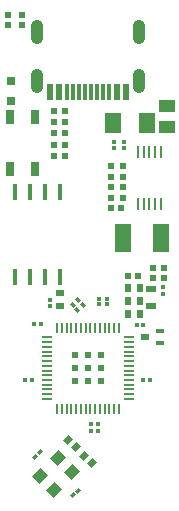
<source format=gtp>
G04*
G04 #@! TF.GenerationSoftware,Altium Limited,Altium Designer,20.2.6 (244)*
G04*
G04 Layer_Color=8421504*
%FSLAX44Y44*%
%MOMM*%
G71*
G04*
G04 #@! TF.SameCoordinates,8B2779CE-768C-4C2E-8B4F-FC9E545F8715*
G04*
G04*
G04 #@! TF.FilePolarity,Positive*
G04*
G01*
G75*
%ADD25O,1.0500X2.1000*%
%ADD26R,0.5080X0.7620*%
%ADD27R,1.3800X1.1000*%
%ADD28R,0.3240X0.3680*%
%ADD29R,0.8000X0.8000*%
%ADD30R,1.3400X1.8000*%
%ADD31R,0.6000X1.4500*%
%ADD32R,0.3000X1.4500*%
%ADD33R,1.4000X2.4000*%
%ADD34R,0.6500X0.4000*%
%ADD35R,0.6500X0.5000*%
%ADD36R,0.3240X0.3031*%
%ADD37R,0.9000X0.6000*%
%ADD38R,0.4900X0.6000*%
%ADD39R,0.6500X1.3000*%
%ADD40R,0.6222X0.6222*%
G04:AMPARAMS|DCode=41|XSize=0.195mm|YSize=0.84mm|CornerRadius=0.0244mm|HoleSize=0mm|Usage=FLASHONLY|Rotation=0.000|XOffset=0mm|YOffset=0mm|HoleType=Round|Shape=RoundedRectangle|*
%AMROUNDEDRECTD41*
21,1,0.1950,0.7913,0,0,0.0*
21,1,0.1463,0.8400,0,0,0.0*
1,1,0.0488,0.0731,-0.3956*
1,1,0.0488,-0.0731,-0.3956*
1,1,0.0488,-0.0731,0.3956*
1,1,0.0488,0.0731,0.3956*
%
%ADD41ROUNDEDRECTD41*%
G04:AMPARAMS|DCode=42|XSize=0.84mm|YSize=0.195mm|CornerRadius=0.0244mm|HoleSize=0mm|Usage=FLASHONLY|Rotation=0.000|XOffset=0mm|YOffset=0mm|HoleType=Round|Shape=RoundedRectangle|*
%AMROUNDEDRECTD42*
21,1,0.8400,0.1463,0,0,0.0*
21,1,0.7913,0.1950,0,0,0.0*
1,1,0.0488,0.3956,-0.0731*
1,1,0.0488,-0.3956,-0.0731*
1,1,0.0488,-0.3956,0.0731*
1,1,0.0488,0.3956,0.0731*
%
%ADD42ROUNDEDRECTD42*%
G04:AMPARAMS|DCode=43|XSize=1.4068mm|YSize=0.3768mm|CornerRadius=0.0434mm|HoleSize=0mm|Usage=FLASHONLY|Rotation=270.000|XOffset=0mm|YOffset=0mm|HoleType=Round|Shape=RoundedRectangle|*
%AMROUNDEDRECTD43*
21,1,1.4068,0.2900,0,0,270.0*
21,1,1.3200,0.3768,0,0,270.0*
1,1,0.0868,-0.1450,-0.6600*
1,1,0.0868,-0.1450,0.6600*
1,1,0.0868,0.1450,0.6600*
1,1,0.0868,0.1450,-0.6600*
%
%ADD43ROUNDEDRECTD43*%
%ADD44R,0.1778X0.9984*%
G04:AMPARAMS|DCode=45|XSize=1.046mm|YSize=0.946mm|CornerRadius=0mm|HoleSize=0mm|Usage=FLASHONLY|Rotation=225.000|XOffset=0mm|YOffset=0mm|HoleType=Round|Shape=Rectangle|*
%AMROTATEDRECTD45*
4,1,4,0.0354,0.7043,0.7043,0.0354,-0.0354,-0.7043,-0.7043,-0.0354,0.0354,0.7043,0.0*
%
%ADD45ROTATEDRECTD45*%

%ADD46R,0.7620X0.5080*%
G04:AMPARAMS|DCode=47|XSize=0.368mm|YSize=0.324mm|CornerRadius=0mm|HoleSize=0mm|Usage=FLASHONLY|Rotation=45.000|XOffset=0mm|YOffset=0mm|HoleType=Round|Shape=Rectangle|*
%AMROTATEDRECTD47*
4,1,4,-0.0156,-0.2447,-0.2447,-0.0156,0.0156,0.2447,0.2447,0.0156,-0.0156,-0.2447,0.0*
%
%ADD47ROTATEDRECTD47*%

%ADD48R,0.3680X0.3240*%
G04:AMPARAMS|DCode=49|XSize=0.368mm|YSize=0.324mm|CornerRadius=0mm|HoleSize=0mm|Usage=FLASHONLY|Rotation=315.000|XOffset=0mm|YOffset=0mm|HoleType=Round|Shape=Rectangle|*
%AMROTATEDRECTD49*
4,1,4,-0.2447,0.0156,-0.0156,0.2447,0.2447,-0.0156,0.0156,-0.2447,-0.2447,0.0156,0.0*
%
%ADD49ROTATEDRECTD49*%

%ADD50R,0.6000X0.4900*%
G04:AMPARAMS|DCode=51|XSize=0.49mm|YSize=0.6mm|CornerRadius=0mm|HoleSize=0mm|Usage=FLASHONLY|Rotation=135.000|XOffset=0mm|YOffset=0mm|HoleType=Round|Shape=Rectangle|*
%AMROTATEDRECTD51*
4,1,4,0.3854,0.0389,-0.0389,-0.3854,-0.3854,-0.0389,0.0389,0.3854,0.3854,0.0389,0.0*
%
%ADD51ROTATEDRECTD51*%

D25*
X61800Y443200D02*
D03*
Y485000D02*
D03*
X148200Y443200D02*
D03*
Y485000D02*
D03*
D26*
X149352Y267970D02*
D03*
X138684D02*
D03*
Y245872D02*
D03*
X149352D02*
D03*
X138684Y257048D02*
D03*
X149352D02*
D03*
D27*
X171450Y404374D02*
D03*
Y421634D02*
D03*
D28*
X127254Y386378D02*
D03*
Y391878D02*
D03*
X168148Y268434D02*
D03*
Y262934D02*
D03*
X107188Y152610D02*
D03*
Y147110D02*
D03*
X72644Y257810D02*
D03*
Y252310D02*
D03*
X113792Y152610D02*
D03*
Y147110D02*
D03*
X135382Y391878D02*
D03*
Y386378D02*
D03*
D29*
X39878Y443357D02*
D03*
Y426339D02*
D03*
D30*
X126416Y407924D02*
D03*
X155016D02*
D03*
D31*
X72500Y434050D02*
D03*
X80500D02*
D03*
X129500D02*
D03*
X137500D02*
D03*
D32*
X87500D02*
D03*
X92500D02*
D03*
X97500D02*
D03*
X102500D02*
D03*
X122500D02*
D03*
X117500D02*
D03*
X112500D02*
D03*
X107500D02*
D03*
D33*
X134876Y310134D02*
D03*
X166876D02*
D03*
D34*
X166162Y221568D02*
D03*
Y231568D02*
D03*
D35*
X152862Y226568D02*
D03*
D36*
X120904Y258816D02*
D03*
Y253939D02*
D03*
X114046Y258917D02*
D03*
Y254040D02*
D03*
D37*
X158496Y252342D02*
D03*
Y267342D02*
D03*
D38*
X85576Y389382D02*
D03*
X76476D02*
D03*
Y379984D02*
D03*
X85576D02*
D03*
X76476Y398780D02*
D03*
X85576D02*
D03*
X133328Y335534D02*
D03*
X124228D02*
D03*
X85576Y408178D02*
D03*
X76476D02*
D03*
X147552Y278130D02*
D03*
X138452D02*
D03*
X76476Y417576D02*
D03*
X85576D02*
D03*
D39*
X38862Y368496D02*
D03*
Y412496D02*
D03*
X60362D02*
D03*
Y368496D02*
D03*
D40*
X116000Y211000D02*
D03*
Y200000D02*
D03*
Y189000D02*
D03*
X105000Y211000D02*
D03*
Y200000D02*
D03*
Y189000D02*
D03*
X94000Y211000D02*
D03*
Y200000D02*
D03*
Y189000D02*
D03*
D41*
X131000Y234350D02*
D03*
X127000D02*
D03*
Y165650D02*
D03*
X131000D02*
D03*
X123000Y234350D02*
D03*
X119000D02*
D03*
X115000D02*
D03*
X111000D02*
D03*
X107000D02*
D03*
Y165650D02*
D03*
X111000D02*
D03*
X115000D02*
D03*
X119000D02*
D03*
X123000D02*
D03*
X103000Y234350D02*
D03*
X99000D02*
D03*
X95000D02*
D03*
X91000D02*
D03*
X87000D02*
D03*
Y165650D02*
D03*
X91000D02*
D03*
X95000D02*
D03*
X99000D02*
D03*
X103000D02*
D03*
X83000Y234350D02*
D03*
X79000D02*
D03*
Y165650D02*
D03*
X83000D02*
D03*
D42*
X139350Y222000D02*
D03*
Y226000D02*
D03*
Y202000D02*
D03*
Y206000D02*
D03*
Y210000D02*
D03*
Y214000D02*
D03*
Y218000D02*
D03*
Y182000D02*
D03*
Y186000D02*
D03*
Y190000D02*
D03*
Y194000D02*
D03*
Y198000D02*
D03*
Y174000D02*
D03*
Y178000D02*
D03*
X70650Y226000D02*
D03*
Y222000D02*
D03*
Y218000D02*
D03*
Y214000D02*
D03*
Y210000D02*
D03*
Y206000D02*
D03*
Y202000D02*
D03*
Y198000D02*
D03*
Y194000D02*
D03*
Y190000D02*
D03*
Y186000D02*
D03*
Y182000D02*
D03*
Y178000D02*
D03*
Y174000D02*
D03*
D43*
X81534Y349486D02*
D03*
X68834D02*
D03*
X56134D02*
D03*
X43434D02*
D03*
Y277386D02*
D03*
X56134D02*
D03*
X68834D02*
D03*
X81534D02*
D03*
D44*
X146964Y382778D02*
D03*
X151968D02*
D03*
X156972D02*
D03*
X161976D02*
D03*
X166980D02*
D03*
Y339090D02*
D03*
X161976D02*
D03*
X156972D02*
D03*
X151968D02*
D03*
X146964D02*
D03*
D45*
X79746Y124025D02*
D03*
X64189Y108468D02*
D03*
X76210Y96447D02*
D03*
X91767Y112004D02*
D03*
D46*
X81534Y263652D02*
D03*
Y252984D02*
D03*
D47*
X64174Y128945D02*
D03*
X60286Y125056D02*
D03*
X92543Y92289D02*
D03*
X96433Y96179D02*
D03*
D48*
X57360Y189738D02*
D03*
X51860D02*
D03*
X64980Y237236D02*
D03*
X59480D02*
D03*
X146094Y236982D02*
D03*
X151594D02*
D03*
X151682Y189738D02*
D03*
X157182D02*
D03*
D49*
X100497Y253834D02*
D03*
X96608Y257722D02*
D03*
X96056Y249315D02*
D03*
X92167Y253204D02*
D03*
D50*
X169418Y276120D02*
D03*
Y285220D02*
D03*
X160274D02*
D03*
Y276120D02*
D03*
X48768Y490242D02*
D03*
Y499342D02*
D03*
X37084D02*
D03*
Y490242D02*
D03*
X134874Y353546D02*
D03*
Y344446D02*
D03*
Y361972D02*
D03*
Y371072D02*
D03*
X124714Y361972D02*
D03*
Y371072D02*
D03*
Y344446D02*
D03*
Y353546D02*
D03*
D51*
X101685Y125899D02*
D03*
X108119Y119465D02*
D03*
X94403Y133181D02*
D03*
X87969Y139615D02*
D03*
M02*

</source>
